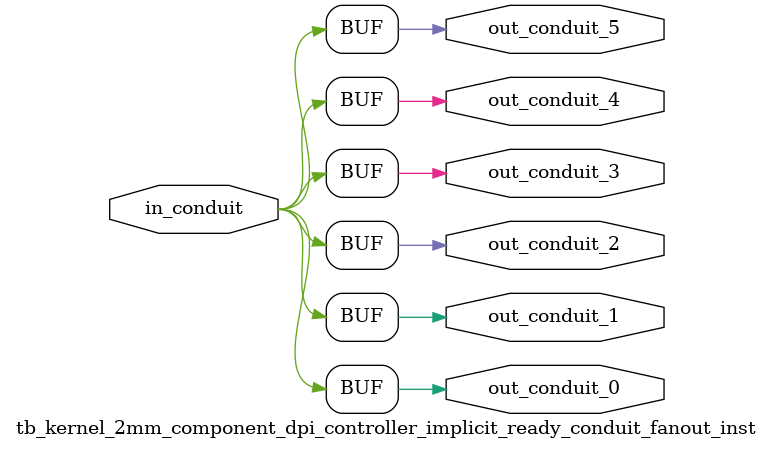
<source format=sv>


 


// --------------------------------------------------------------------------------
//| Avalon Conduit Fan-Out
// --------------------------------------------------------------------------------

// ------------------------------------------
// Generation parameters:
//   output_name:       tb_kernel_2mm_component_dpi_controller_implicit_ready_conduit_fanout_inst
//   numFanOut:         6
//   
// ------------------------------------------

module tb_kernel_2mm_component_dpi_controller_implicit_ready_conduit_fanout_inst (     

// Interface: out_conduit_0
 output                    out_conduit_0,
// Interface: out_conduit_1
 output                    out_conduit_1,
// Interface: out_conduit_2
 output                    out_conduit_2,
// Interface: out_conduit_3
 output                    out_conduit_3,
// Interface: out_conduit_4
 output                    out_conduit_4,
// Interface: out_conduit_5
 output                    out_conduit_5,

// Interface: in_conduit
 input                   in_conduit

);

   assign  out_conduit_0 = in_conduit;
   assign  out_conduit_1 = in_conduit;
   assign  out_conduit_2 = in_conduit;
   assign  out_conduit_3 = in_conduit;
   assign  out_conduit_4 = in_conduit;
   assign  out_conduit_5 = in_conduit;

endmodule //


</source>
